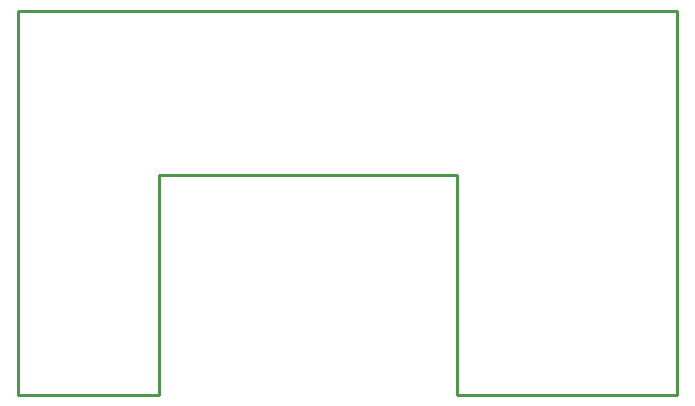
<source format=gko>
G04 EAGLE Gerber RS-274X export*
G75*
%MOMM*%
%FSLAX34Y34*%
%LPD*%
%INBoard Outline*%
%IPPOS*%
%AMOC8*
5,1,8,0,0,1.08239X$1,22.5*%
G01*
%ADD10C,0.000000*%
%ADD11C,0.254000*%


D10*
X0Y0D02*
X119000Y0D01*
X119000Y186000D01*
X372000Y186000D01*
X372000Y0D01*
X558000Y0D01*
X558000Y325000D01*
X0Y325000D01*
X0Y0D01*
D11*
X0Y0D02*
X119000Y0D01*
X119000Y186000D01*
X372000Y186000D01*
X372000Y0D01*
X558000Y0D01*
X558000Y325000D01*
X0Y325000D01*
X0Y0D01*
M02*

</source>
